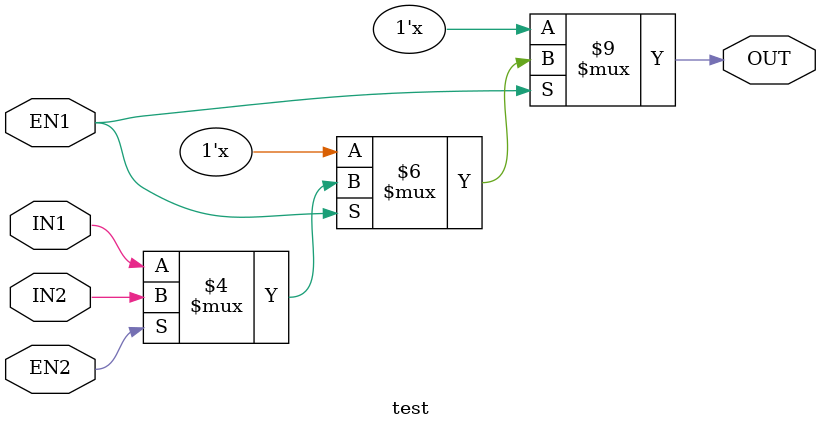
<source format=v>
module test(input IN1, IN2, EN1, EN2, output reg OUT);
always @(IN1 or IN2 or EN1 or EN2) begin
    if(EN1) begin
	    OUT = IN1;
	    if(EN2)
		    OUT = IN2;
	end		
end	
endmodule	

</source>
